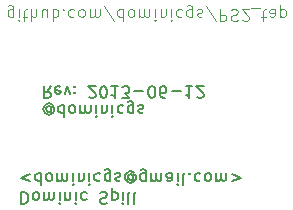
<source format=gbo>
G04 (created by PCBNEW (2013-mar-13)-testing) date Wed 12 Jun 2013 11:52:51 PM EST*
%MOIN*%
G04 Gerber Fmt 3.4, Leading zero omitted, Abs format*
%FSLAX34Y34*%
G01*
G70*
G90*
G04 APERTURE LIST*
%ADD10C,0.005906*%
%ADD11C,0.003937*%
%ADD12C,0.007874*%
%ADD13C,0.074803*%
%ADD14C,0.078740*%
G04 APERTURE END LIST*
G54D10*
G54D11*
X74172Y-46959D02*
X74172Y-46640D01*
X74153Y-46603D01*
X74134Y-46584D01*
X74097Y-46565D01*
X74041Y-46565D01*
X74003Y-46584D01*
X74172Y-46715D02*
X74134Y-46696D01*
X74059Y-46696D01*
X74022Y-46715D01*
X74003Y-46734D01*
X73984Y-46771D01*
X73984Y-46884D01*
X74003Y-46921D01*
X74022Y-46940D01*
X74059Y-46959D01*
X74134Y-46959D01*
X74172Y-46940D01*
X74359Y-46696D02*
X74359Y-46959D01*
X74359Y-47090D02*
X74341Y-47071D01*
X74359Y-47053D01*
X74378Y-47071D01*
X74359Y-47090D01*
X74359Y-47053D01*
X74491Y-46959D02*
X74641Y-46959D01*
X74547Y-47090D02*
X74547Y-46753D01*
X74566Y-46715D01*
X74603Y-46696D01*
X74641Y-46696D01*
X74772Y-46696D02*
X74772Y-47090D01*
X74941Y-46696D02*
X74941Y-46903D01*
X74922Y-46940D01*
X74884Y-46959D01*
X74828Y-46959D01*
X74791Y-46940D01*
X74772Y-46921D01*
X75297Y-46959D02*
X75297Y-46696D01*
X75128Y-46959D02*
X75128Y-46753D01*
X75147Y-46715D01*
X75184Y-46696D01*
X75241Y-46696D01*
X75278Y-46715D01*
X75297Y-46734D01*
X75484Y-46696D02*
X75484Y-47090D01*
X75484Y-46940D02*
X75522Y-46959D01*
X75597Y-46959D01*
X75634Y-46940D01*
X75653Y-46921D01*
X75672Y-46884D01*
X75672Y-46771D01*
X75653Y-46734D01*
X75634Y-46715D01*
X75597Y-46696D01*
X75522Y-46696D01*
X75484Y-46715D01*
X75840Y-46734D02*
X75859Y-46715D01*
X75840Y-46696D01*
X75822Y-46715D01*
X75840Y-46734D01*
X75840Y-46696D01*
X76197Y-46715D02*
X76159Y-46696D01*
X76084Y-46696D01*
X76047Y-46715D01*
X76028Y-46734D01*
X76009Y-46771D01*
X76009Y-46884D01*
X76028Y-46921D01*
X76047Y-46940D01*
X76084Y-46959D01*
X76159Y-46959D01*
X76197Y-46940D01*
X76422Y-46696D02*
X76384Y-46715D01*
X76365Y-46734D01*
X76347Y-46771D01*
X76347Y-46884D01*
X76365Y-46921D01*
X76384Y-46940D01*
X76422Y-46959D01*
X76478Y-46959D01*
X76515Y-46940D01*
X76534Y-46921D01*
X76553Y-46884D01*
X76553Y-46771D01*
X76534Y-46734D01*
X76515Y-46715D01*
X76478Y-46696D01*
X76422Y-46696D01*
X76722Y-46696D02*
X76722Y-46959D01*
X76722Y-46921D02*
X76740Y-46940D01*
X76778Y-46959D01*
X76834Y-46959D01*
X76872Y-46940D01*
X76890Y-46903D01*
X76890Y-46696D01*
X76890Y-46903D02*
X76909Y-46940D01*
X76947Y-46959D01*
X77003Y-46959D01*
X77040Y-46940D01*
X77059Y-46903D01*
X77059Y-46696D01*
X77528Y-47109D02*
X77190Y-46603D01*
X77828Y-46696D02*
X77828Y-47090D01*
X77828Y-46715D02*
X77790Y-46696D01*
X77715Y-46696D01*
X77678Y-46715D01*
X77659Y-46734D01*
X77640Y-46771D01*
X77640Y-46884D01*
X77659Y-46921D01*
X77678Y-46940D01*
X77715Y-46959D01*
X77790Y-46959D01*
X77828Y-46940D01*
X78071Y-46696D02*
X78034Y-46715D01*
X78015Y-46734D01*
X77996Y-46771D01*
X77996Y-46884D01*
X78015Y-46921D01*
X78034Y-46940D01*
X78071Y-46959D01*
X78128Y-46959D01*
X78165Y-46940D01*
X78184Y-46921D01*
X78203Y-46884D01*
X78203Y-46771D01*
X78184Y-46734D01*
X78165Y-46715D01*
X78128Y-46696D01*
X78071Y-46696D01*
X78371Y-46696D02*
X78371Y-46959D01*
X78371Y-46921D02*
X78390Y-46940D01*
X78428Y-46959D01*
X78484Y-46959D01*
X78521Y-46940D01*
X78540Y-46903D01*
X78540Y-46696D01*
X78540Y-46903D02*
X78559Y-46940D01*
X78596Y-46959D01*
X78653Y-46959D01*
X78690Y-46940D01*
X78709Y-46903D01*
X78709Y-46696D01*
X78896Y-46696D02*
X78896Y-46959D01*
X78896Y-47090D02*
X78878Y-47071D01*
X78896Y-47053D01*
X78915Y-47071D01*
X78896Y-47090D01*
X78896Y-47053D01*
X79084Y-46959D02*
X79084Y-46696D01*
X79084Y-46921D02*
X79103Y-46940D01*
X79140Y-46959D01*
X79196Y-46959D01*
X79234Y-46940D01*
X79253Y-46903D01*
X79253Y-46696D01*
X79440Y-46696D02*
X79440Y-46959D01*
X79440Y-47090D02*
X79421Y-47071D01*
X79440Y-47053D01*
X79459Y-47071D01*
X79440Y-47090D01*
X79440Y-47053D01*
X79796Y-46715D02*
X79759Y-46696D01*
X79684Y-46696D01*
X79646Y-46715D01*
X79627Y-46734D01*
X79609Y-46771D01*
X79609Y-46884D01*
X79627Y-46921D01*
X79646Y-46940D01*
X79684Y-46959D01*
X79759Y-46959D01*
X79796Y-46940D01*
X80134Y-46959D02*
X80134Y-46640D01*
X80115Y-46603D01*
X80096Y-46584D01*
X80059Y-46565D01*
X80002Y-46565D01*
X79965Y-46584D01*
X80134Y-46715D02*
X80096Y-46696D01*
X80021Y-46696D01*
X79984Y-46715D01*
X79965Y-46734D01*
X79946Y-46771D01*
X79946Y-46884D01*
X79965Y-46921D01*
X79984Y-46940D01*
X80021Y-46959D01*
X80096Y-46959D01*
X80134Y-46940D01*
X80302Y-46715D02*
X80340Y-46696D01*
X80415Y-46696D01*
X80452Y-46715D01*
X80471Y-46753D01*
X80471Y-46771D01*
X80452Y-46809D01*
X80415Y-46828D01*
X80359Y-46828D01*
X80321Y-46846D01*
X80302Y-46884D01*
X80302Y-46903D01*
X80321Y-46940D01*
X80359Y-46959D01*
X80415Y-46959D01*
X80452Y-46940D01*
X80921Y-47109D02*
X80584Y-46603D01*
X81052Y-46696D02*
X81052Y-47090D01*
X81202Y-47090D01*
X81240Y-47071D01*
X81259Y-47053D01*
X81277Y-47015D01*
X81277Y-46959D01*
X81259Y-46921D01*
X81240Y-46903D01*
X81202Y-46884D01*
X81052Y-46884D01*
X81427Y-46715D02*
X81484Y-46696D01*
X81577Y-46696D01*
X81615Y-46715D01*
X81633Y-46734D01*
X81652Y-46771D01*
X81652Y-46809D01*
X81633Y-46846D01*
X81615Y-46865D01*
X81577Y-46884D01*
X81502Y-46903D01*
X81465Y-46921D01*
X81446Y-46940D01*
X81427Y-46978D01*
X81427Y-47015D01*
X81446Y-47053D01*
X81465Y-47071D01*
X81502Y-47090D01*
X81596Y-47090D01*
X81652Y-47071D01*
X81802Y-47053D02*
X81821Y-47071D01*
X81858Y-47090D01*
X81952Y-47090D01*
X81990Y-47071D01*
X82008Y-47053D01*
X82027Y-47015D01*
X82027Y-46978D01*
X82008Y-46921D01*
X81783Y-46696D01*
X82027Y-46696D01*
X82102Y-46659D02*
X82402Y-46659D01*
X82440Y-46959D02*
X82590Y-46959D01*
X82496Y-47090D02*
X82496Y-46753D01*
X82515Y-46715D01*
X82552Y-46696D01*
X82590Y-46696D01*
X82890Y-46696D02*
X82890Y-46903D01*
X82871Y-46940D01*
X82833Y-46959D01*
X82758Y-46959D01*
X82721Y-46940D01*
X82890Y-46715D02*
X82852Y-46696D01*
X82758Y-46696D01*
X82721Y-46715D01*
X82702Y-46753D01*
X82702Y-46790D01*
X82721Y-46828D01*
X82758Y-46846D01*
X82852Y-46846D01*
X82890Y-46865D01*
X83077Y-46959D02*
X83077Y-46565D01*
X83077Y-46940D02*
X83115Y-46959D01*
X83190Y-46959D01*
X83227Y-46940D01*
X83246Y-46921D01*
X83265Y-46884D01*
X83265Y-46771D01*
X83246Y-46734D01*
X83227Y-46715D01*
X83190Y-46696D01*
X83115Y-46696D01*
X83077Y-46715D01*
G54D12*
X75437Y-50084D02*
X75418Y-50103D01*
X75381Y-50121D01*
X75343Y-50121D01*
X75306Y-50103D01*
X75287Y-50084D01*
X75268Y-50046D01*
X75268Y-50009D01*
X75287Y-49971D01*
X75306Y-49953D01*
X75343Y-49934D01*
X75381Y-49934D01*
X75418Y-49953D01*
X75437Y-49971D01*
X75437Y-50121D02*
X75437Y-49971D01*
X75456Y-49953D01*
X75474Y-49953D01*
X75512Y-49971D01*
X75531Y-50009D01*
X75531Y-50103D01*
X75493Y-50159D01*
X75437Y-50196D01*
X75362Y-50215D01*
X75287Y-50196D01*
X75231Y-50159D01*
X75193Y-50103D01*
X75174Y-50028D01*
X75193Y-49953D01*
X75231Y-49896D01*
X75287Y-49859D01*
X75362Y-49840D01*
X75437Y-49859D01*
X75493Y-49896D01*
X75868Y-49896D02*
X75868Y-50290D01*
X75868Y-49915D02*
X75831Y-49896D01*
X75756Y-49896D01*
X75718Y-49915D01*
X75699Y-49934D01*
X75681Y-49971D01*
X75681Y-50084D01*
X75699Y-50121D01*
X75718Y-50140D01*
X75756Y-50159D01*
X75831Y-50159D01*
X75868Y-50140D01*
X76112Y-49896D02*
X76074Y-49915D01*
X76056Y-49934D01*
X76037Y-49971D01*
X76037Y-50084D01*
X76056Y-50121D01*
X76074Y-50140D01*
X76112Y-50159D01*
X76168Y-50159D01*
X76206Y-50140D01*
X76224Y-50121D01*
X76243Y-50084D01*
X76243Y-49971D01*
X76224Y-49934D01*
X76206Y-49915D01*
X76168Y-49896D01*
X76112Y-49896D01*
X76412Y-49896D02*
X76412Y-50159D01*
X76412Y-50121D02*
X76431Y-50140D01*
X76468Y-50159D01*
X76524Y-50159D01*
X76562Y-50140D01*
X76581Y-50103D01*
X76581Y-49896D01*
X76581Y-50103D02*
X76599Y-50140D01*
X76637Y-50159D01*
X76693Y-50159D01*
X76731Y-50140D01*
X76749Y-50103D01*
X76749Y-49896D01*
X76937Y-49896D02*
X76937Y-50159D01*
X76937Y-50290D02*
X76918Y-50271D01*
X76937Y-50253D01*
X76956Y-50271D01*
X76937Y-50290D01*
X76937Y-50253D01*
X77124Y-50159D02*
X77124Y-49896D01*
X77124Y-50121D02*
X77143Y-50140D01*
X77180Y-50159D01*
X77237Y-50159D01*
X77274Y-50140D01*
X77293Y-50103D01*
X77293Y-49896D01*
X77480Y-49896D02*
X77480Y-50159D01*
X77480Y-50290D02*
X77462Y-50271D01*
X77480Y-50253D01*
X77499Y-50271D01*
X77480Y-50290D01*
X77480Y-50253D01*
X77837Y-49915D02*
X77799Y-49896D01*
X77724Y-49896D01*
X77687Y-49915D01*
X77668Y-49934D01*
X77649Y-49971D01*
X77649Y-50084D01*
X77668Y-50121D01*
X77687Y-50140D01*
X77724Y-50159D01*
X77799Y-50159D01*
X77837Y-50140D01*
X78174Y-50159D02*
X78174Y-49840D01*
X78155Y-49803D01*
X78137Y-49784D01*
X78099Y-49765D01*
X78043Y-49765D01*
X78005Y-49784D01*
X78174Y-49915D02*
X78137Y-49896D01*
X78062Y-49896D01*
X78024Y-49915D01*
X78005Y-49934D01*
X77987Y-49971D01*
X77987Y-50084D01*
X78005Y-50121D01*
X78024Y-50140D01*
X78062Y-50159D01*
X78137Y-50159D01*
X78174Y-50140D01*
X78343Y-49915D02*
X78380Y-49896D01*
X78455Y-49896D01*
X78493Y-49915D01*
X78512Y-49953D01*
X78512Y-49971D01*
X78493Y-50009D01*
X78455Y-50028D01*
X78399Y-50028D01*
X78362Y-50046D01*
X78343Y-50084D01*
X78343Y-50103D01*
X78362Y-50140D01*
X78399Y-50159D01*
X78455Y-50159D01*
X78493Y-50140D01*
X75418Y-49266D02*
X75287Y-49454D01*
X75193Y-49266D02*
X75193Y-49660D01*
X75343Y-49660D01*
X75381Y-49641D01*
X75399Y-49623D01*
X75418Y-49585D01*
X75418Y-49529D01*
X75399Y-49491D01*
X75381Y-49473D01*
X75343Y-49454D01*
X75193Y-49454D01*
X75737Y-49285D02*
X75699Y-49266D01*
X75624Y-49266D01*
X75587Y-49285D01*
X75568Y-49323D01*
X75568Y-49473D01*
X75587Y-49510D01*
X75624Y-49529D01*
X75699Y-49529D01*
X75737Y-49510D01*
X75756Y-49473D01*
X75756Y-49435D01*
X75568Y-49398D01*
X75887Y-49529D02*
X75981Y-49266D01*
X76074Y-49529D01*
X76224Y-49304D02*
X76243Y-49285D01*
X76224Y-49266D01*
X76206Y-49285D01*
X76224Y-49304D01*
X76224Y-49266D01*
X76224Y-49510D02*
X76243Y-49491D01*
X76224Y-49473D01*
X76206Y-49491D01*
X76224Y-49510D01*
X76224Y-49473D01*
X76693Y-49623D02*
X76712Y-49641D01*
X76749Y-49660D01*
X76843Y-49660D01*
X76881Y-49641D01*
X76899Y-49623D01*
X76918Y-49585D01*
X76918Y-49548D01*
X76899Y-49491D01*
X76674Y-49266D01*
X76918Y-49266D01*
X77162Y-49660D02*
X77199Y-49660D01*
X77237Y-49641D01*
X77255Y-49623D01*
X77274Y-49585D01*
X77293Y-49510D01*
X77293Y-49416D01*
X77274Y-49341D01*
X77255Y-49304D01*
X77237Y-49285D01*
X77199Y-49266D01*
X77162Y-49266D01*
X77124Y-49285D01*
X77105Y-49304D01*
X77087Y-49341D01*
X77068Y-49416D01*
X77068Y-49510D01*
X77087Y-49585D01*
X77105Y-49623D01*
X77124Y-49641D01*
X77162Y-49660D01*
X77668Y-49266D02*
X77443Y-49266D01*
X77555Y-49266D02*
X77555Y-49660D01*
X77518Y-49604D01*
X77480Y-49566D01*
X77443Y-49548D01*
X77799Y-49660D02*
X78043Y-49660D01*
X77912Y-49510D01*
X77968Y-49510D01*
X78005Y-49491D01*
X78024Y-49473D01*
X78043Y-49435D01*
X78043Y-49341D01*
X78024Y-49304D01*
X78005Y-49285D01*
X77968Y-49266D01*
X77855Y-49266D01*
X77818Y-49285D01*
X77799Y-49304D01*
X78212Y-49416D02*
X78512Y-49416D01*
X78774Y-49660D02*
X78812Y-49660D01*
X78849Y-49641D01*
X78868Y-49623D01*
X78887Y-49585D01*
X78905Y-49510D01*
X78905Y-49416D01*
X78887Y-49341D01*
X78868Y-49304D01*
X78849Y-49285D01*
X78812Y-49266D01*
X78774Y-49266D01*
X78737Y-49285D01*
X78718Y-49304D01*
X78699Y-49341D01*
X78680Y-49416D01*
X78680Y-49510D01*
X78699Y-49585D01*
X78718Y-49623D01*
X78737Y-49641D01*
X78774Y-49660D01*
X79243Y-49660D02*
X79168Y-49660D01*
X79130Y-49641D01*
X79111Y-49623D01*
X79074Y-49566D01*
X79055Y-49491D01*
X79055Y-49341D01*
X79074Y-49304D01*
X79093Y-49285D01*
X79130Y-49266D01*
X79205Y-49266D01*
X79243Y-49285D01*
X79261Y-49304D01*
X79280Y-49341D01*
X79280Y-49435D01*
X79261Y-49473D01*
X79243Y-49491D01*
X79205Y-49510D01*
X79130Y-49510D01*
X79093Y-49491D01*
X79074Y-49473D01*
X79055Y-49435D01*
X79449Y-49416D02*
X79749Y-49416D01*
X80143Y-49266D02*
X79918Y-49266D01*
X80030Y-49266D02*
X80030Y-49660D01*
X79993Y-49604D01*
X79955Y-49566D01*
X79918Y-49548D01*
X80293Y-49623D02*
X80311Y-49641D01*
X80349Y-49660D01*
X80443Y-49660D01*
X80480Y-49641D01*
X80499Y-49623D01*
X80518Y-49585D01*
X80518Y-49548D01*
X80499Y-49491D01*
X80274Y-49266D01*
X80518Y-49266D01*
X74443Y-52796D02*
X74443Y-53190D01*
X74537Y-53190D01*
X74593Y-53171D01*
X74631Y-53134D01*
X74649Y-53096D01*
X74668Y-53021D01*
X74668Y-52965D01*
X74649Y-52890D01*
X74631Y-52853D01*
X74593Y-52815D01*
X74537Y-52796D01*
X74443Y-52796D01*
X74893Y-52796D02*
X74856Y-52815D01*
X74837Y-52834D01*
X74818Y-52871D01*
X74818Y-52984D01*
X74837Y-53021D01*
X74856Y-53040D01*
X74893Y-53059D01*
X74949Y-53059D01*
X74987Y-53040D01*
X75006Y-53021D01*
X75024Y-52984D01*
X75024Y-52871D01*
X75006Y-52834D01*
X74987Y-52815D01*
X74949Y-52796D01*
X74893Y-52796D01*
X75193Y-52796D02*
X75193Y-53059D01*
X75193Y-53021D02*
X75212Y-53040D01*
X75249Y-53059D01*
X75306Y-53059D01*
X75343Y-53040D01*
X75362Y-53003D01*
X75362Y-52796D01*
X75362Y-53003D02*
X75381Y-53040D01*
X75418Y-53059D01*
X75474Y-53059D01*
X75512Y-53040D01*
X75531Y-53003D01*
X75531Y-52796D01*
X75718Y-52796D02*
X75718Y-53059D01*
X75718Y-53190D02*
X75699Y-53171D01*
X75718Y-53153D01*
X75737Y-53171D01*
X75718Y-53190D01*
X75718Y-53153D01*
X75906Y-53059D02*
X75906Y-52796D01*
X75906Y-53021D02*
X75924Y-53040D01*
X75962Y-53059D01*
X76018Y-53059D01*
X76056Y-53040D01*
X76074Y-53003D01*
X76074Y-52796D01*
X76262Y-52796D02*
X76262Y-53059D01*
X76262Y-53190D02*
X76243Y-53171D01*
X76262Y-53153D01*
X76281Y-53171D01*
X76262Y-53190D01*
X76262Y-53153D01*
X76618Y-52815D02*
X76580Y-52796D01*
X76505Y-52796D01*
X76468Y-52815D01*
X76449Y-52834D01*
X76430Y-52871D01*
X76430Y-52984D01*
X76449Y-53021D01*
X76468Y-53040D01*
X76505Y-53059D01*
X76580Y-53059D01*
X76618Y-53040D01*
X77068Y-52815D02*
X77124Y-52796D01*
X77218Y-52796D01*
X77255Y-52815D01*
X77274Y-52834D01*
X77293Y-52871D01*
X77293Y-52909D01*
X77274Y-52946D01*
X77255Y-52965D01*
X77218Y-52984D01*
X77143Y-53003D01*
X77105Y-53021D01*
X77087Y-53040D01*
X77068Y-53078D01*
X77068Y-53115D01*
X77087Y-53153D01*
X77105Y-53171D01*
X77143Y-53190D01*
X77237Y-53190D01*
X77293Y-53171D01*
X77462Y-53059D02*
X77462Y-52665D01*
X77462Y-53040D02*
X77499Y-53059D01*
X77574Y-53059D01*
X77612Y-53040D01*
X77630Y-53021D01*
X77649Y-52984D01*
X77649Y-52871D01*
X77630Y-52834D01*
X77612Y-52815D01*
X77574Y-52796D01*
X77499Y-52796D01*
X77462Y-52815D01*
X77818Y-52796D02*
X77818Y-53059D01*
X77818Y-53190D02*
X77799Y-53171D01*
X77818Y-53153D01*
X77837Y-53171D01*
X77818Y-53190D01*
X77818Y-53153D01*
X78062Y-52796D02*
X78024Y-52815D01*
X78005Y-52853D01*
X78005Y-53190D01*
X78268Y-52796D02*
X78230Y-52815D01*
X78212Y-52853D01*
X78212Y-53190D01*
X74743Y-52429D02*
X74443Y-52316D01*
X74743Y-52204D01*
X75099Y-52166D02*
X75099Y-52560D01*
X75099Y-52185D02*
X75062Y-52166D01*
X74987Y-52166D01*
X74949Y-52185D01*
X74931Y-52204D01*
X74912Y-52241D01*
X74912Y-52354D01*
X74931Y-52391D01*
X74949Y-52410D01*
X74987Y-52429D01*
X75062Y-52429D01*
X75099Y-52410D01*
X75343Y-52166D02*
X75306Y-52185D01*
X75287Y-52204D01*
X75268Y-52241D01*
X75268Y-52354D01*
X75287Y-52391D01*
X75306Y-52410D01*
X75343Y-52429D01*
X75399Y-52429D01*
X75437Y-52410D01*
X75456Y-52391D01*
X75474Y-52354D01*
X75474Y-52241D01*
X75456Y-52204D01*
X75437Y-52185D01*
X75399Y-52166D01*
X75343Y-52166D01*
X75643Y-52166D02*
X75643Y-52429D01*
X75643Y-52391D02*
X75662Y-52410D01*
X75699Y-52429D01*
X75756Y-52429D01*
X75793Y-52410D01*
X75812Y-52373D01*
X75812Y-52166D01*
X75812Y-52373D02*
X75831Y-52410D01*
X75868Y-52429D01*
X75924Y-52429D01*
X75962Y-52410D01*
X75981Y-52373D01*
X75981Y-52166D01*
X76168Y-52166D02*
X76168Y-52429D01*
X76168Y-52560D02*
X76149Y-52541D01*
X76168Y-52523D01*
X76187Y-52541D01*
X76168Y-52560D01*
X76168Y-52523D01*
X76355Y-52429D02*
X76355Y-52166D01*
X76355Y-52391D02*
X76374Y-52410D01*
X76412Y-52429D01*
X76468Y-52429D01*
X76505Y-52410D01*
X76524Y-52373D01*
X76524Y-52166D01*
X76712Y-52166D02*
X76712Y-52429D01*
X76712Y-52560D02*
X76693Y-52541D01*
X76712Y-52523D01*
X76730Y-52541D01*
X76712Y-52560D01*
X76712Y-52523D01*
X77068Y-52185D02*
X77030Y-52166D01*
X76955Y-52166D01*
X76918Y-52185D01*
X76899Y-52204D01*
X76880Y-52241D01*
X76880Y-52354D01*
X76899Y-52391D01*
X76918Y-52410D01*
X76955Y-52429D01*
X77030Y-52429D01*
X77068Y-52410D01*
X77405Y-52429D02*
X77405Y-52110D01*
X77387Y-52073D01*
X77368Y-52054D01*
X77330Y-52035D01*
X77274Y-52035D01*
X77237Y-52054D01*
X77405Y-52185D02*
X77368Y-52166D01*
X77293Y-52166D01*
X77255Y-52185D01*
X77237Y-52204D01*
X77218Y-52241D01*
X77218Y-52354D01*
X77237Y-52391D01*
X77255Y-52410D01*
X77293Y-52429D01*
X77368Y-52429D01*
X77405Y-52410D01*
X77574Y-52185D02*
X77612Y-52166D01*
X77687Y-52166D01*
X77724Y-52185D01*
X77743Y-52223D01*
X77743Y-52241D01*
X77724Y-52279D01*
X77687Y-52298D01*
X77630Y-52298D01*
X77593Y-52316D01*
X77574Y-52354D01*
X77574Y-52373D01*
X77593Y-52410D01*
X77630Y-52429D01*
X77687Y-52429D01*
X77724Y-52410D01*
X78155Y-52354D02*
X78137Y-52373D01*
X78099Y-52391D01*
X78062Y-52391D01*
X78024Y-52373D01*
X78005Y-52354D01*
X77987Y-52316D01*
X77987Y-52279D01*
X78005Y-52241D01*
X78024Y-52223D01*
X78062Y-52204D01*
X78099Y-52204D01*
X78137Y-52223D01*
X78155Y-52241D01*
X78155Y-52391D02*
X78155Y-52241D01*
X78174Y-52223D01*
X78193Y-52223D01*
X78230Y-52241D01*
X78249Y-52279D01*
X78249Y-52373D01*
X78212Y-52429D01*
X78155Y-52466D01*
X78080Y-52485D01*
X78005Y-52466D01*
X77949Y-52429D01*
X77912Y-52373D01*
X77893Y-52298D01*
X77912Y-52223D01*
X77949Y-52166D01*
X78005Y-52129D01*
X78080Y-52110D01*
X78155Y-52129D01*
X78212Y-52166D01*
X78586Y-52429D02*
X78586Y-52110D01*
X78568Y-52073D01*
X78549Y-52054D01*
X78511Y-52035D01*
X78455Y-52035D01*
X78418Y-52054D01*
X78586Y-52185D02*
X78549Y-52166D01*
X78474Y-52166D01*
X78436Y-52185D01*
X78418Y-52204D01*
X78399Y-52241D01*
X78399Y-52354D01*
X78418Y-52391D01*
X78436Y-52410D01*
X78474Y-52429D01*
X78549Y-52429D01*
X78586Y-52410D01*
X78774Y-52166D02*
X78774Y-52429D01*
X78774Y-52391D02*
X78793Y-52410D01*
X78830Y-52429D01*
X78886Y-52429D01*
X78924Y-52410D01*
X78943Y-52373D01*
X78943Y-52166D01*
X78943Y-52373D02*
X78961Y-52410D01*
X78999Y-52429D01*
X79055Y-52429D01*
X79093Y-52410D01*
X79111Y-52373D01*
X79111Y-52166D01*
X79468Y-52166D02*
X79468Y-52373D01*
X79449Y-52410D01*
X79411Y-52429D01*
X79336Y-52429D01*
X79299Y-52410D01*
X79468Y-52185D02*
X79430Y-52166D01*
X79336Y-52166D01*
X79299Y-52185D01*
X79280Y-52223D01*
X79280Y-52260D01*
X79299Y-52298D01*
X79336Y-52316D01*
X79430Y-52316D01*
X79468Y-52335D01*
X79655Y-52166D02*
X79655Y-52429D01*
X79655Y-52560D02*
X79636Y-52541D01*
X79655Y-52523D01*
X79674Y-52541D01*
X79655Y-52560D01*
X79655Y-52523D01*
X79899Y-52166D02*
X79861Y-52185D01*
X79843Y-52223D01*
X79843Y-52560D01*
X80049Y-52204D02*
X80068Y-52185D01*
X80049Y-52166D01*
X80030Y-52185D01*
X80049Y-52204D01*
X80049Y-52166D01*
X80405Y-52185D02*
X80367Y-52166D01*
X80293Y-52166D01*
X80255Y-52185D01*
X80236Y-52204D01*
X80218Y-52241D01*
X80218Y-52354D01*
X80236Y-52391D01*
X80255Y-52410D01*
X80293Y-52429D01*
X80367Y-52429D01*
X80405Y-52410D01*
X80630Y-52166D02*
X80592Y-52185D01*
X80574Y-52204D01*
X80555Y-52241D01*
X80555Y-52354D01*
X80574Y-52391D01*
X80592Y-52410D01*
X80630Y-52429D01*
X80686Y-52429D01*
X80724Y-52410D01*
X80742Y-52391D01*
X80761Y-52354D01*
X80761Y-52241D01*
X80742Y-52204D01*
X80724Y-52185D01*
X80686Y-52166D01*
X80630Y-52166D01*
X80930Y-52166D02*
X80930Y-52429D01*
X80930Y-52391D02*
X80949Y-52410D01*
X80986Y-52429D01*
X81042Y-52429D01*
X81080Y-52410D01*
X81099Y-52373D01*
X81099Y-52166D01*
X81099Y-52373D02*
X81117Y-52410D01*
X81155Y-52429D01*
X81211Y-52429D01*
X81249Y-52410D01*
X81267Y-52373D01*
X81267Y-52166D01*
X81455Y-52429D02*
X81755Y-52316D01*
X81455Y-52204D01*
%LPC*%
G54D13*
X74196Y-51340D03*
X75180Y-48659D03*
X75180Y-51340D03*
X74196Y-49490D03*
X74196Y-50509D03*
X74196Y-48659D03*
X83528Y-48709D03*
X82544Y-51390D03*
X82544Y-48709D03*
X83528Y-50559D03*
X83528Y-49540D03*
X83528Y-51390D03*
G54D14*
X78227Y-51132D03*
X78227Y-48376D03*
M02*

</source>
